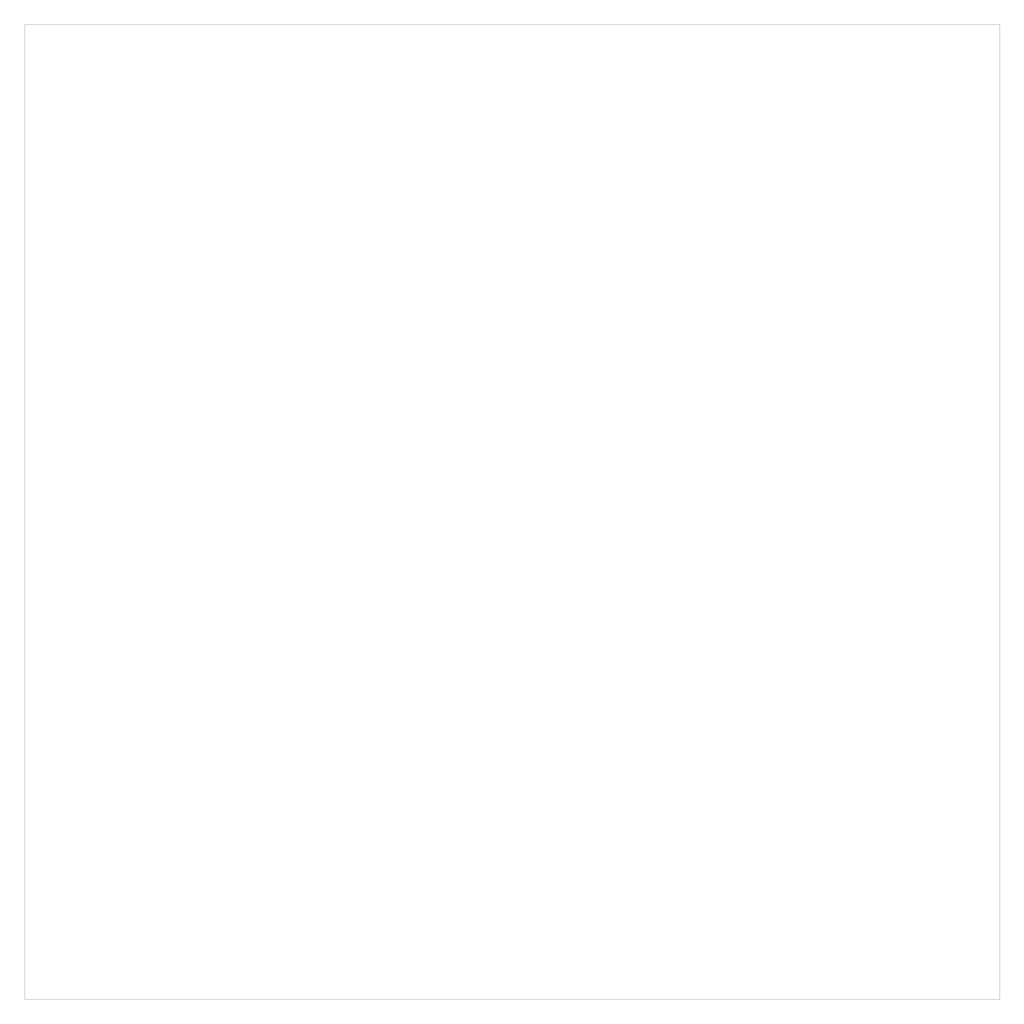
<source format=gbr>
%TF.GenerationSoftware,KiCad,Pcbnew,8.0.0*%
%TF.CreationDate,2024-03-22T00:36:30-04:00*%
%TF.ProjectId,WaterSensor,57617465-7253-4656-9e73-6f722e6b6963,rev?*%
%TF.SameCoordinates,Original*%
%TF.FileFunction,Profile,NP*%
%FSLAX46Y46*%
G04 Gerber Fmt 4.6, Leading zero omitted, Abs format (unit mm)*
G04 Created by KiCad (PCBNEW 8.0.0) date 2024-03-22 00:36:30*
%MOMM*%
%LPD*%
G01*
G04 APERTURE LIST*
%TA.AperFunction,Profile*%
%ADD10C,0.100000*%
%TD*%
G04 APERTURE END LIST*
D10*
X127000000Y-45720000D02*
X431800000Y-45720000D01*
X431800000Y-350520000D01*
X127000000Y-350520000D01*
X127000000Y-45720000D01*
M02*

</source>
